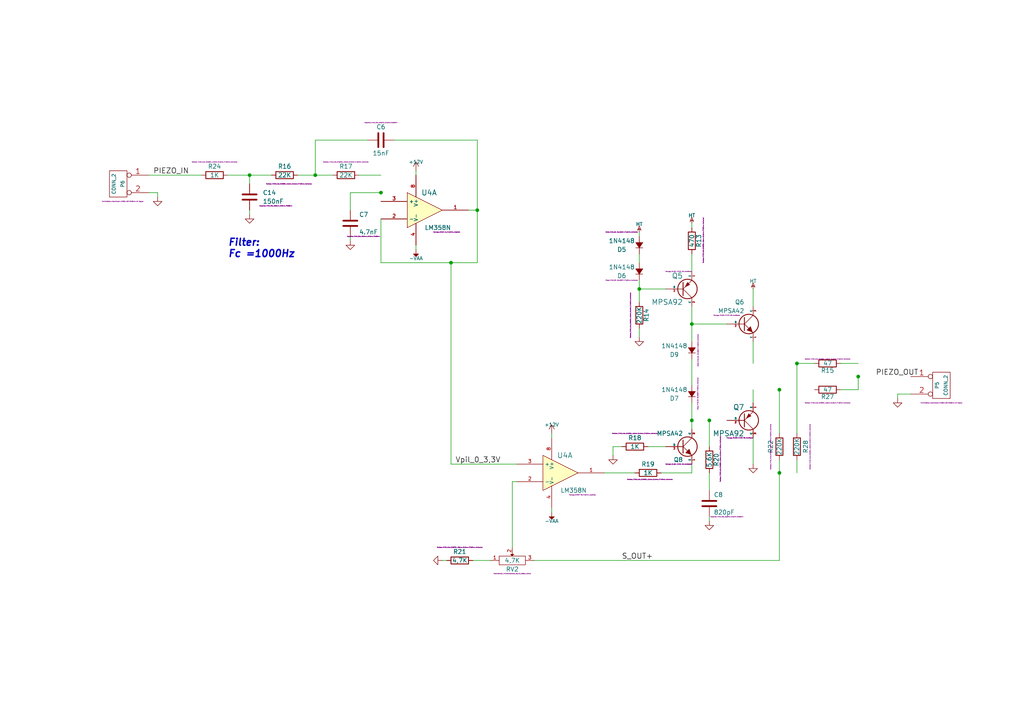
<source format=kicad_sch>
(kicad_sch (version 20200512) (host eeschema "(5.99.0-1712-g5a9e69b14)")
  (page 2 3)
  (paper A4)
  (title_block (title "Complex hierarchy: demo") (date "2017-01-15") (rev "1"))
  (lib_symbols
    (symbol "complex_hierarchy_schlib:+12V" (power) (pin_names (offset 0))
      (property Value "+12V" (at 0 3.556 0))
      (symbol "+12V_0_1"
        (polyline (pts (xy -0.762 1.27) (xy 0 2.54)))
        (polyline (pts (xy 0 0) (xy 0 2.54)))
        (polyline (pts (xy 0 2.54) (xy 0.762 1.27)))
      )
      (symbol "+12V_1_1"
        (pin power_in line (at 0 0 90) (length 0) (name "+12V") (number "1") hide)
      )
    )
    (symbol "complex_hierarchy_schlib:-VAA" (power) (pin_names (offset 0))
      (property Value "-VAA" (at 0 2.54 0))
      (symbol "-VAA_0_1"
        (polyline (pts (xy 0 0) (xy 0 1.27) (xy 0 1.27)))
        (polyline (pts (xy 0 2.032) (xy 0.762 1.27) (xy -0.508 1.27) (xy -0.762 1.27) (xy 0 2.032) (xy 0 2.032) (xy 0 2.032)) (fill (type outline)))
      )
      (symbol "-VAA_0_0"
        (pin power_in line (at 0 0 90) (length 0) (name "-VAA") (number "1") hide)
      )
    )
    (symbol "complex_hierarchy_schlib:C" (pin_numbers hide) (pin_names (offset 0.254))
      (property Reference C (at 0.635 2.54 0))
      (property Value C (at 0.635 -2.54 0))
      (symbol C_0_1
        (polyline (pts (xy -2.032 -0.762) (xy 2.032 -0.762)) (stroke (width 0.508)))
        (polyline (pts (xy -2.032 0.762) (xy 2.032 0.762)) (stroke (width 0.508)))
      )
      (symbol C_1_1
        (pin passive line (at 0 3.81 270) (length 2.794) (name "~") (number "1"))
        (pin passive line (at 0 -3.81 90) (length 2.794) (name "~") (number "2"))
      )
    )
    (symbol "complex_hierarchy_schlib:CONN_2" (pin_names hide)
      (property Reference P (at -1.27 0 90))
      (property Value CONN_2 (at 1.27 0 90))
      (symbol CONN_2_0_1
        (rectangle (start -2.54 3.81) (end 2.54 -3.81))
      )
      (symbol CONN_2_1_1
        (pin passive inverted (at -8.89 2.54 0) (length 6.35) (name P1) (number "1"))
        (pin passive inverted (at -8.89 -2.54 0) (length 6.35) (name PM) (number "2"))
      )
    )
    (symbol "complex_hierarchy_schlib:D_Small" (pin_numbers hide) (pin_names (offset 0.254) hide)
      (property Reference D (at -1.27 2.032 0))
      (property Value D_Small (at -3.81 -2.032 0))
      (symbol D_Small_0_1
        (polyline (pts (xy -0.762 -1.016) (xy -0.762 1.016)))
        (polyline (pts (xy 0.762 -1.016) (xy -0.762 0) (xy 0.762 1.016) (xy 0.762 -1.016)) (fill (type outline)))
      )
      (symbol D_Small_1_1
        (pin passive line (at -2.54 0 0) (length 1.778) (name K) (number "1"))
        (pin passive line (at 2.54 0 180) (length 1.778) (name A) (number "2"))
      )
    )
    (symbol "complex_hierarchy_schlib:GND" (power) (pin_names (offset 0))
      (property Value GND (at 0 -3.1242 0))
      (symbol GND_0_1
        (polyline (pts (xy 0 0) (xy 0 -1.27) (xy 1.27 -1.27) (xy 0 -2.54) (xy -1.27 -1.27) (xy 0 -1.27)))
      )
      (symbol GND_1_1
        (pin power_in line (at 0 0 270) (length 0) (name GND) (number "1") hide)
      )
    )
    (symbol "complex_hierarchy_schlib:HT" (power) (pin_names (offset 0))
      (property Value HT (at 0 2.286 0))
      (symbol HT_0_1
        (polyline (pts (xy 0 0) (xy 0 1.016) (xy 0 1.016)))
        (polyline (pts (xy 0 1.016) (xy 0.508 0.508) (xy 0 1.778) (xy -0.508 0.508) (xy 0 1.016) (xy 0 1.016)))
      )
      (symbol HT_0_0
        (pin power_in line (at 0 0 90) (length 0) (name HT) (number "1") hide)
      )
    )
    (symbol "complex_hierarchy_schlib:LM358N" (pin_names (offset 0.508))
      (property Reference U (at -1.27 5.08 0))
      (property Value LM358N (at -1.27 -6.35 0))
      (symbol LM358N_0_1
        (polyline (pts (xy -5.08 5.08) (xy 5.08 0) (xy -5.08 -5.08) (xy -5.08 5.08)) (fill (type background)))
        (pin power_in line (at -2.54 -10.16 90) (length 6.35) (name "V-") (number "4"))
        (pin power_in line (at -2.54 10.16 270) (length 6.35) (name "V+") (number "8"))
      )
      (symbol LM358N_1_1
        (pin output line (at 12.7 0 180) (length 7.62) (name "~") (number "1"))
        (pin input line (at -12.7 -2.54 0) (length 7.62) (name "-") (number "2"))
        (pin input line (at -12.7 2.54 0) (length 7.62) (name "+") (number "3"))
      )
      (symbol LM358N_2_1
        (pin input line (at -12.7 2.54 0) (length 7.62) (name "+") (number "5"))
        (pin input line (at -12.7 -2.54 0) (length 7.62) (name "-") (number "6"))
        (pin output line (at 12.7 0 180) (length 7.62) (name "~") (number "7"))
      )
    )
    (symbol "complex_hierarchy_schlib:MPSA42" (pin_names (offset 0))
      (property Reference Q (at 3.81 -3.81 0))
      (property Value MPSA42 (at 3.81 3.81 0))
      (symbol MPSA42_0_1
        (circle (center 1.27 0) (radius 2.8194) (stroke (width 0.254)))
        (polyline (pts (xy 0 0) (xy 2.54 2.54)))
        (polyline (pts (xy 0 1.905) (xy 0 -1.905) (xy 0 -1.905)) (stroke (width 0.254)))
        (polyline (pts (xy 1.27 -1.27) (xy 0 0) (xy 0 0)))
        (polyline (pts (xy 2.286 -2.286) (xy 2.54 -2.54) (xy 2.54 -2.54)))
        (polyline (pts (xy 2.286 -2.286) (xy 1.778 -0.762) (xy 0.762 -1.778) (xy 2.286 -2.286) (xy 2.286 -2.286)) (fill (type outline)))
      )
      (symbol MPSA42_1_1
        (pin passive line (at 2.54 -5.08 90) (length 2.54) (name E) (number "1"))
        (pin input line (at -5.08 0 0) (length 5.08) (name B) (number "2"))
        (pin passive line (at 2.54 5.08 270) (length 2.54) (name C) (number "3"))
      )
    )
    (symbol "complex_hierarchy_schlib:MPSA92" (pin_names (offset 0))
      (property Reference Q (at 3.81 -3.81 0))
      (property Value MPSA92 (at 3.81 3.81 0))
      (symbol MPSA92_0_1
        (circle (center 1.27 0) (radius 2.8194) (stroke (width 0.254)))
        (polyline (pts (xy 0 0) (xy 2.54 2.54)))
        (polyline (pts (xy 0 1.905) (xy 0 -1.905) (xy 0 -1.905)) (stroke (width 0.254)) (fill (type outline)))
        (polyline (pts (xy 0.635 -0.635) (xy 0 0) (xy 0 0)))
        (polyline (pts (xy 2.54 -2.54) (xy 1.651 -1.651) (xy 1.651 -1.651)))
        (polyline (pts (xy 0.635 -0.635) (xy 1.27 -1.905) (xy 1.905 -1.27) (xy 0.635 -0.635) (xy 0.635 -0.635)) (fill (type outline)))
      )
      (symbol MPSA92_1_1
        (pin passive line (at 2.54 -5.08 90) (length 2.54) (name E) (number "1"))
        (pin input line (at -5.08 0 0) (length 5.08) (name B) (number "2"))
        (pin passive line (at 2.54 5.08 270) (length 2.54) (name C) (number "3"))
      )
    )
    (symbol "complex_hierarchy_schlib:POT" (pin_names hide)
      (property Reference RV (at 0 -2.54 0))
      (property Value POT (at 0 0 0))
      (symbol POT_0_1
        (rectangle (start -3.81 1.27) (end 3.81 -1.27))
        (polyline (pts (xy 0 1.27) (xy -0.508 1.778) (xy 0.508 1.778)) (fill (type outline)))
      )
      (symbol POT_1_1
        (pin passive line (at -6.35 0 0) (length 2.54) (name "1") (number "1"))
        (pin passive line (at 0 3.81 270) (length 2.032) (name "2") (number "2"))
        (pin passive line (at 6.35 0 180) (length 2.54) (name "3") (number "3"))
      )
    )
    (symbol "complex_hierarchy_schlib:R" (pin_numbers hide) (pin_names (offset 0))
      (property Reference R (at 2.032 0 90))
      (property Value R (at 0 0 90))
      (symbol R_0_1
        (rectangle (start -1.016 -2.54) (end 1.016 2.54) (stroke (width 0.254)))
      )
      (symbol R_1_1
        (pin passive line (at 0 3.81 270) (length 1.27) (name "~") (number "1"))
        (pin passive line (at 0 -3.81 90) (length 1.27) (name "~") (number "2"))
      )
    )
  )
  (junction (at 72.39 50.8))
  (junction (at 91.44 50.8))
  (junction (at 110.49 55.88))
  (junction (at 130.81 76.2))
  (junction (at 138.43 60.96))
  (junction (at 185.42 83.82))
  (junction (at 200.66 93.98))
  (junction (at 200.66 121.92))
  (junction (at 205.74 121.92))
  (junction (at 226.06 113.03))
  (junction (at 226.06 137.16))
  (junction (at 231.14 105.41))
  (junction (at 248.92 109.22))
  (wire (pts (xy 43.18 55.88) (xy 45.72 55.88)))
  (wire (pts (xy 45.72 55.88) (xy 45.72 57.15)))
  (wire (pts (xy 58.42 50.8) (xy 43.18 50.8)))
  (wire (pts (xy 66.04 50.8) (xy 72.39 50.8)))
  (wire (pts (xy 72.39 50.8) (xy 78.74 50.8)))
  (wire (pts (xy 72.39 53.34) (xy 72.39 50.8)))
  (wire (pts (xy 72.39 62.23) (xy 72.39 60.96)))
  (wire (pts (xy 86.36 50.8) (xy 91.44 50.8)))
  (wire (pts (xy 91.44 40.64) (xy 91.44 50.8)))
  (wire (pts (xy 91.44 50.8) (xy 96.52 50.8)))
  (wire (pts (xy 101.6 55.88) (xy 101.6 60.96)))
  (wire (pts (xy 101.6 69.85) (xy 101.6 68.58)))
  (wire (pts (xy 106.68 40.64) (xy 91.44 40.64)))
  (wire (pts (xy 110.49 50.8) (xy 104.14 50.8)))
  (wire (pts (xy 110.49 55.88) (xy 101.6 55.88)))
  (wire (pts (xy 110.49 63.5) (xy 110.49 76.2)))
  (wire (pts (xy 110.49 76.2) (xy 130.81 76.2)))
  (wire (pts (xy 120.65 49.53) (xy 120.65 50.8)))
  (wire (pts (xy 120.65 72.39) (xy 120.65 71.12)))
  (wire (pts (xy 128.27 162.56) (xy 129.54 162.56)))
  (wire (pts (xy 130.81 76.2) (xy 138.43 76.2)))
  (wire (pts (xy 130.81 134.62) (xy 130.81 76.2)))
  (wire (pts (xy 135.89 60.96) (xy 138.43 60.96)))
  (wire (pts (xy 137.16 162.56) (xy 142.24 162.56)))
  (wire (pts (xy 138.43 40.64) (xy 114.3 40.64)))
  (wire (pts (xy 138.43 60.96) (xy 138.43 40.64)))
  (wire (pts (xy 138.43 76.2) (xy 138.43 60.96)))
  (wire (pts (xy 148.59 139.7) (xy 149.86 139.7)))
  (wire (pts (xy 148.59 158.75) (xy 148.59 139.7)))
  (wire (pts (xy 149.86 134.62) (xy 130.81 134.62)))
  (wire (pts (xy 160.02 125.73) (xy 160.02 127)))
  (wire (pts (xy 160.02 148.59) (xy 160.02 147.32)))
  (wire (pts (xy 175.26 137.16) (xy 184.15 137.16)))
  (wire (pts (xy 177.8 129.54) (xy 177.8 132.08)))
  (wire (pts (xy 180.34 129.54) (xy 177.8 129.54)))
  (wire (pts (xy 185.42 68.58) (xy 185.42 67.31)))
  (wire (pts (xy 185.42 76.2) (xy 185.42 73.66)))
  (wire (pts (xy 185.42 81.28) (xy 185.42 83.82)))
  (wire (pts (xy 185.42 83.82) (xy 185.42 87.63)))
  (wire (pts (xy 185.42 95.25) (xy 185.42 97.79)))
  (wire (pts (xy 187.96 129.54) (xy 193.04 129.54)))
  (wire (pts (xy 193.04 83.82) (xy 185.42 83.82)))
  (wire (pts (xy 200.66 64.77) (xy 200.66 66.04)))
  (wire (pts (xy 200.66 73.66) (xy 200.66 78.74)))
  (wire (pts (xy 200.66 88.9) (xy 200.66 93.98)))
  (wire (pts (xy 200.66 93.98) (xy 200.66 99.06)))
  (wire (pts (xy 200.66 104.14) (xy 200.66 111.76)))
  (wire (pts (xy 200.66 116.84) (xy 200.66 121.92)))
  (wire (pts (xy 200.66 121.92) (xy 200.66 124.46)))
  (wire (pts (xy 200.66 134.62) (xy 200.66 137.16)))
  (wire (pts (xy 200.66 137.16) (xy 191.77 137.16)))
  (wire (pts (xy 205.74 121.92) (xy 205.74 129.54)))
  (wire (pts (xy 205.74 137.16) (xy 205.74 142.24)))
  (wire (pts (xy 205.74 149.86) (xy 205.74 151.13)))
  (wire (pts (xy 210.82 93.98) (xy 200.66 93.98)))
  (wire (pts (xy 218.44 83.82) (xy 218.44 88.9)))
  (wire (pts (xy 218.44 105.41) (xy 218.44 99.06)))
  (wire (pts (xy 218.44 113.03) (xy 218.44 116.84)))
  (wire (pts (xy 218.44 127) (xy 218.44 134.62)))
  (wire (pts (xy 226.06 113.03) (xy 226.06 125.73)))
  (wire (pts (xy 226.06 133.35) (xy 226.06 137.16)))
  (wire (pts (xy 226.06 137.16) (xy 226.06 162.56)))
  (wire (pts (xy 226.06 162.56) (xy 154.94 162.56)))
  (wire (pts (xy 231.14 105.41) (xy 236.22 105.41)))
  (wire (pts (xy 231.14 125.73) (xy 231.14 105.41)))
  (wire (pts (xy 231.14 137.16) (xy 231.14 133.35)))
  (wire (pts (xy 248.92 105.41) (xy 243.84 105.41)))
  (wire (pts (xy 248.92 109.22) (xy 248.92 113.03)))
  (wire (pts (xy 248.92 113.03) (xy 243.84 113.03)))
  (wire (pts (xy 260.35 114.3) (xy 260.35 115.57)))
  (wire (pts (xy 264.16 114.3) (xy 260.35 114.3)))
  (text "Filter:\nFc =1000Hz" (at 66.04 74.93 0) (effects (font (size 2.032 2.032) (thickness 0.4064) bold italic) (justify left bottom)))
  (label PIEZO_IN (at 44.45 50.8 0) (effects (font (size 1.524 1.524))))
  (label "Vpil_0_3,3V" (at 132.08 134.62 0) (effects (font (size 1.524 1.524))))
  (label "S_OUT+" (at 180.34 162.56 0) (effects (font (size 1.524 1.524))))
  (label PIEZO_OUT (at 254 109.22 0) (effects (font (size 1.524 1.524))))
  (symbol (lib_id "complex_hierarchy_schlib:HT") (at 185.42 67.31 0)
    (property Reference "#PWR031" (effects hide))
    (property Value HT (at 185.42 65.024 0) (effects (font (size 1.016 1.016))))
  )
  (symbol (lib_id "complex_hierarchy_schlib:HT") (at 200.66 64.77 0)
    (property Reference "#PWR032" (effects hide))
    (property Value HT (at 200.66 62.484 0) (effects (font (size 1.016 1.016))))
  )
  (symbol (lib_id "complex_hierarchy_schlib:HT") (at 218.44 83.82 0)
    (property Reference "#PWR033" (effects hide))
    (property Value HT (at 218.44 81.534 0) (effects (font (size 1.016 1.016))))
  )
  (symbol (lib_id "complex_hierarchy_schlib:-VAA") (at 120.65 72.39 180)
    (property Reference "#PWR022" (effects hide))
    (property Value "-VAA" (at 120.65 74.93 0) (effects (font (size 1.016 1.016))))
  )
  (symbol (lib_id "complex_hierarchy_schlib:-VAA") (at 160.02 148.59 180)
    (property Reference "#PWR021" (effects hide))
    (property Value "-VAA" (at 160.02 151.13 0) (effects (font (size 1.016 1.016))))
  )
  (symbol (lib_id "complex_hierarchy_schlib:+12V") (at 120.65 49.53 0)
    (property Reference "#U034" (effects hide))
    (property Value "+12V" (at 120.65 46.99 0) (effects (font (size 1.016 1.016))))
  )
  (symbol (lib_id "complex_hierarchy_schlib:+12V") (at 160.02 125.73 0)
    (property Reference "#U026" (effects hide))
    (property Value "+12V" (at 160.02 123.19 0) (effects (font (size 1.016 1.016))))
  )
  (symbol (lib_id "complex_hierarchy_schlib:GND") (at 45.72 57.15 0)
    (property Reference "#PWR027" (effects hide))
    (property Value GND (effects hide))
  )
  (symbol (lib_id "complex_hierarchy_schlib:GND") (at 72.39 62.23 0)
    (property Reference "#PWR020" (effects hide))
    (property Value GND (effects hide))
  )
  (symbol (lib_id "complex_hierarchy_schlib:GND") (at 101.6 69.85 0)
    (property Reference "#PWR028" (effects hide))
    (property Value GND (effects hide))
  )
  (symbol (lib_id "complex_hierarchy_schlib:GND") (at 128.27 162.56 270)
    (property Reference "#PWR030" (effects hide))
    (property Value GND (effects hide))
  )
  (symbol (lib_id "complex_hierarchy_schlib:GND") (at 177.8 132.08 0)
    (property Reference "#PWR024" (effects hide))
    (property Value GND (effects hide))
  )
  (symbol (lib_id "complex_hierarchy_schlib:GND") (at 185.42 97.79 0)
    (property Reference "#PWR025" (effects hide))
    (property Value GND (effects hide))
  )
  (symbol (lib_id "complex_hierarchy_schlib:GND") (at 205.74 151.13 0)
    (property Reference "#PWR019" (effects hide))
    (property Value GND (effects hide))
  )
  (symbol (lib_id "complex_hierarchy_schlib:GND") (at 218.44 134.62 0)
    (property Reference "#PWR023" (effects hide))
    (property Value GND (effects hide))
  )
  (symbol (lib_id "complex_hierarchy_schlib:GND") (at 260.35 115.57 0)
    (property Reference "#PWR029" (effects hide))
    (property Value GND (effects hide))
  )
  (symbol (lib_id "complex_hierarchy_schlib:D_Small") (at 185.42 71.12 90)
    (property Reference D5 (at 180.34 72.39 90))
    (property Value "1N4148" (at 180.34 69.85 90))
    (property Footprint "Diode_THT:D_DO-35_SOD27_P7.62mm_Horizontal" (at 180.34 67.31 90) (effects (font (size 0.254 0.254))))
  )
  (symbol (lib_id "complex_hierarchy_schlib:D_Small") (at 185.42 78.74 90)
    (property Reference D6 (at 180.34 80.01 90))
    (property Value "1N4148" (at 180.34 77.47 90))
    (property Footprint "Diode_THT:D_DO-35_SOD27_P7.62mm_Horizontal" (at 180.34 81.28 90) (effects (font (size 0.254 0.254))))
  )
  (symbol (lib_id "complex_hierarchy_schlib:D_Small") (at 200.66 101.6 90)
    (property Reference D9 (at 195.58 102.87 90))
    (property Value "1N4148" (at 195.58 100.33 90))
    (property Footprint "Diode_THT:D_DO-35_SOD27_P7.62mm_Horizontal" (at 202.463 101.575 0) (effects (font (size 0.254 0.254))))
  )
  (symbol (lib_id "complex_hierarchy_schlib:D_Small") (at 200.66 114.3 90)
    (property Reference D7 (at 195.58 115.57 90))
    (property Value "1N4148" (at 195.58 113.03 90))
    (property Footprint "Diode_THT:D_DO-35_SOD27_P7.62mm_Horizontal" (at 202.387 114.148 0) (effects (font (size 0.254 0.254))))
  )
  (symbol (lib_id "complex_hierarchy_schlib:R") (at 62.23 50.8 270)
    (property Reference R24 (at 62.23 48.26 90))
    (property Value "1K" (at 62.23 50.8 90))
    (property Footprint "Resistor_THT:R_Axial_DIN0204_L3.6mm_D1.6mm_P7.62mm_Horizontal" (at 62.23 46.99 90) (effects (font (size 0.254 0.254))))
  )
  (symbol (lib_id "complex_hierarchy_schlib:R") (at 82.55 50.8 270)
    (property Reference R16 (at 82.55 48.26 90))
    (property Value "22K" (at 82.55 50.8 90))
    (property Footprint "Resistor_THT:R_Axial_DIN0204_L3.6mm_D1.6mm_P7.62mm_Horizontal" (at 83.82 53.34 90) (effects (font (size 0.254 0.254))))
  )
  (symbol (lib_id "complex_hierarchy_schlib:R") (at 100.33 50.8 270)
    (property Reference R17 (at 100.33 48.26 90))
    (property Value "22K" (at 100.33 50.8 90))
    (property Footprint "Resistor_THT:R_Axial_DIN0204_L3.6mm_D1.6mm_P7.62mm_Horizontal" (at 100.33 46.99 90) (effects (font (size 0.254 0.254))))
  )
  (symbol (lib_id "complex_hierarchy_schlib:R") (at 133.35 162.56 270)
    (property Reference R21 (at 133.35 160.02 90))
    (property Value "4,7K" (at 133.35 162.56 90))
    (property Footprint "Resistor_THT:R_Axial_DIN0204_L3.6mm_D1.6mm_P7.62mm_Horizontal" (at 133.35 158.75 90) (effects (font (size 0.254 0.254))))
  )
  (symbol (lib_id "complex_hierarchy_schlib:R") (at 184.15 129.54 270)
    (property Reference R18 (at 184.15 127 90))
    (property Value "1K" (at 184.15 129.54 90))
    (property Footprint "Resistor_THT:R_Axial_DIN0204_L3.6mm_D1.6mm_P7.62mm_Horizontal" (at 184.15 125.73 90) (effects (font (size 0.254 0.254))))
  )
  (symbol (lib_id "complex_hierarchy_schlib:R") (at 185.42 91.44 0)
    (property Reference R14 (at 187.452 91.44 90))
    (property Value "220K" (at 185.42 91.44 90))
    (property Footprint "Resistor_THT:R_Axial_DIN0204_L3.6mm_D1.6mm_P7.62mm_Horizontal" (at 182.88 91.44 90) (effects (font (size 0.254 0.254))))
  )
  (symbol (lib_id "complex_hierarchy_schlib:R") (at 187.96 137.16 270)
    (property Reference R19 (at 187.96 134.62 90))
    (property Value "1K" (at 187.96 137.16 90))
    (property Footprint "Resistor_THT:R_Axial_DIN0204_L3.6mm_D1.6mm_P7.62mm_Horizontal" (at 188.519 139.065 90) (effects (font (size 0.254 0.254))))
  )
  (symbol (lib_id "complex_hierarchy_schlib:R") (at 200.66 69.85 0)
    (property Reference R13 (at 202.692 69.85 90))
    (property Value "470" (at 200.66 69.85 90))
    (property Footprint "Resistor_THT:R_Axial_DIN0204_L3.6mm_D1.6mm_P7.62mm_Horizontal" (at 203.987 69.6468 90) (effects (font (size 0.254 0.254))))
  )
  (symbol (lib_id "complex_hierarchy_schlib:R") (at 205.74 133.35 0)
    (property Reference R20 (at 207.772 133.35 90))
    (property Value "5,6K" (at 205.74 133.35 90))
    (property Footprint "Resistor_THT:R_Axial_DIN0204_L3.6mm_D1.6mm_P7.62mm_Horizontal" (at 208.94 133.121 90) (effects (font (size 0.254 0.254))))
  )
  (symbol (lib_id "complex_hierarchy_schlib:R") (at 226.06 129.54 180)
    (property Reference R22 (at 223.52 129.54 90))
    (property Value "220K" (at 226.06 129.54 90))
    (property Footprint "Resistor_THT:R_Axial_DIN0204_L3.6mm_D1.6mm_P7.62mm_Horizontal" (at 223.52 129.54 90) (effects (font (size 0.254 0.254))))
  )
  (symbol (lib_id "complex_hierarchy_schlib:R") (at 231.14 129.54 180)
    (property Reference R28 (at 233.68 129.54 90))
    (property Value "220K" (at 231.14 129.54 90))
    (property Footprint "Resistor_THT:R_Axial_DIN0204_L3.6mm_D1.6mm_P7.62mm_Horizontal" (at 234.95 129.54 90) (effects (font (size 0.254 0.254))))
  )
  (symbol (lib_id "complex_hierarchy_schlib:R") (at 240.03 105.41 270)
    (property Reference R15 (at 240.03 107.442 90))
    (property Value "47" (at 240.03 105.41 90))
    (property Footprint "Resistor_THT:R_Axial_DIN0204_L3.6mm_D1.6mm_P7.62mm_Horizontal" (at 240.03 104.14 90) (effects (font (size 0.254 0.254))))
  )
  (symbol (lib_id "complex_hierarchy_schlib:R") (at 240.03 113.03 270)
    (property Reference R27 (at 240.03 115.062 90))
    (property Value "47" (at 240.03 113.03 90))
    (property Footprint "Resistor_THT:R_Axial_DIN0204_L3.6mm_D1.6mm_P7.62mm_Horizontal" (at 240.03 116.84 90) (effects (font (size 0.254 0.254))))
  )
  (symbol (lib_id "complex_hierarchy_schlib:C") (at 72.39 57.15 0)
    (property Reference C14 (at 76.2 55.88 0) (effects (justify left)))
    (property Value "150nF" (at 76.2 58.42 0) (effects (justify left)))
    (property Footprint "Capacitor_THT:C_Disc_D5.0mm_W2.5mm_P5.00mm" (at 80.01 59.69 0) (effects (font (size 0.254 0.254))))
  )
  (symbol (lib_id "complex_hierarchy_schlib:C") (at 101.6 64.77 0)
    (property Reference C7 (at 104.14 62.23 0) (effects (justify left)))
    (property Value "4.7nF" (at 104.14 67.31 0) (effects (justify left)))
    (property Footprint "Capacitor_THT:C_Disc_D5.0mm_W2.5mm_P5.00mm" (at 105.41 68.58 0) (effects (font (size 0.254 0.254))))
  )
  (symbol (lib_id "complex_hierarchy_schlib:C") (at 110.49 40.64 270)
    (property Reference C6 (at 110.49 36.83 90))
    (property Value "15nF" (at 110.49 44.45 90))
    (property Footprint "Capacitor_THT:C_Disc_D5.0mm_W2.5mm_P5.00mm" (at 110.49 35.56 90) (effects (font (size 0.254 0.254))))
  )
  (symbol (lib_id "complex_hierarchy_schlib:C") (at 205.74 146.05 0)
    (property Reference C8 (at 207.01 143.51 0) (effects (justify left)))
    (property Value "820pF" (at 207.01 148.59 0) (effects (justify left)))
    (property Footprint "Capacitor_THT:C_Disc_D5.0mm_W2.5mm_P5.00mm" (at 210.82 149.86 0) (effects (font (size 0.254 0.254))))
  )
  (symbol (lib_id "complex_hierarchy_schlib:POT") (at 148.59 162.56 0)
    (property Reference RV2 (at 148.59 165.1 0))
    (property Value "4,7K" (at 148.59 162.56 0))
    (property Footprint "Potentiometer_THT:Potentiometer_Bourns_3266W_Vertical" (at 148.59 166.37 0) (effects (font (size 0.254 0.254))))
  )
  (symbol (lib_id "complex_hierarchy_schlib:CONN_2") (at 34.29 53.34 0) (mirror y)
    (property Reference P6 (at 35.56 53.34 90) (effects (font (size 1.016 1.016))))
    (property Value CONN_2 (at 33.02 53.34 90) (effects (font (size 1.016 1.016))))
    (property Footprint "TerminalBlock_Altech:Altech_AK300_1x02_P5.00mm_45-Degree" (at 35.56 58.42 0) (effects (font (size 0.254 0.254))))
  )
  (symbol (lib_id "complex_hierarchy_schlib:CONN_2") (at 273.05 111.76 0)
    (property Reference P5 (at 271.78 111.76 90) (effects (font (size 1.016 1.016))))
    (property Value CONN_2 (at 274.32 111.76 90) (effects (font (size 1.016 1.016))))
    (property Footprint "TerminalBlock_Altech:Altech_AK300_1x02_P5.00mm_45-Degree" (at 273.05 116.84 0) (effects (font (size 0.254 0.254))))
  )
  (symbol (lib_id "complex_hierarchy_schlib:MPSA92") (at 198.12 83.82 0) (mirror x)
    (property Reference Q5 (at 198.12 80.01 0) (effects (font (size 1.524 1.524)) (justify right)))
    (property Value MPSA92 (at 198.12 87.63 0) (effects (font (size 1.524 1.524)) (justify right)))
    (property Footprint "Package_TO_SOT_THT:TO-92_HandSolder" (at 196.85 78.74 0) (effects (font (size 0.254 0.254))))
  )
  (symbol (lib_id "complex_hierarchy_schlib:MPSA42") (at 198.12 129.54 0)
    (property Reference Q8 (at 198.12 133.35 0) (effects (justify right)))
    (property Value MPSA42 (at 198.12 125.73 0) (effects (justify right)))
    (property Footprint "Package_TO_SOT_THT:TO-92_HandSolder" (at 196.85 134.62 0) (effects (font (size 0.254 0.254))))
  )
  (symbol (lib_id "complex_hierarchy_schlib:MPSA42") (at 215.9 93.98 0)
    (property Reference Q6 (at 215.9 87.63 0) (effects (justify right)))
    (property Value MPSA42 (at 215.9 90.17 0) (effects (justify right)))
    (property Footprint "Package_TO_SOT_THT:TO-92_HandSolder" (at 210.82 91.44 0) (effects (font (size 0.254 0.254))))
  )
  (symbol (lib_id "complex_hierarchy_schlib:MPSA92") (at 215.9 121.92 0) (mirror x)
    (property Reference Q7 (at 215.9 118.11 0) (effects (font (size 1.524 1.524)) (justify right)))
    (property Value MPSA92 (at 215.9 125.73 0) (effects (font (size 1.524 1.524)) (justify right)))
    (property Footprint "Package_TO_SOT_THT:TO-92_HandSolder" (at 214.63 127 0) (effects (font (size 0.254 0.254))))
  )
  (symbol (lib_id "complex_hierarchy_schlib:LM358N") (at 123.19 60.96 0)
    (property Reference U4 (at 124.46 55.88 0) (effects (font (size 1.524 1.524))))
    (property Value LM358N (at 127 66.04 0))
    (property Footprint "Package_DIP:DIP-8_W7.62mm_LongPads" (at 129.54 67.31 0) (effects (font (size 0.254 0.254))))
  )
  (symbol (lib_id "complex_hierarchy_schlib:LM358N") (at 162.56 137.16 0)
    (property Reference U4 (at 163.83 132.08 0) (effects (font (size 1.524 1.524))))
    (property Value LM358N (at 166.37 142.24 0))
    (property Footprint "Package_DIP:DIP-8_W7.62mm_LongPads" (at 168.91 143.51 0) (effects (font (size 0.254 0.254))))
  )
)
</source>
